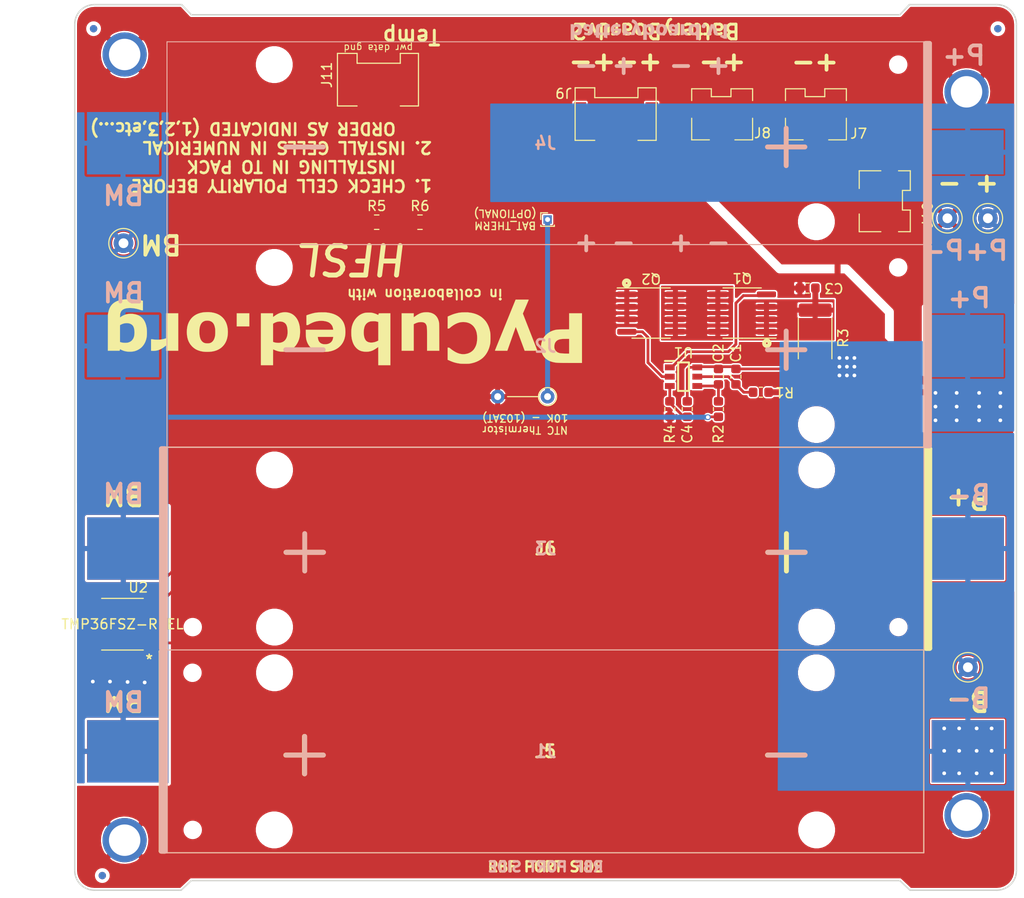
<source format=kicad_pcb>
(kicad_pcb (version 20171130) (host pcbnew "(5.1.9-0-10_14)")
  (layers (0 F.Cu signal) (31 B.Cu signal) (34 B.Paste user hide) (35 F.Paste user hide) (36 B.SilkS user hide) (37 F.SilkS user) (38 B.Mask user hide) (39 F.Mask user hide) (44 Edge.Cuts user))
  (net 0 "")
  (net 1 /VDD)
  (net 2 B-)
  (net 3 "Net-(C2-Pad2)")
  (net 4 PACK-)
  (net 5 BM)
  (net 6 PACK+)
  (net 7 "Net-(Q1-Pad5)")
  (net 8 "Net-(Q1-Pad4)")
  (net 9 "Net-(Q2-Pad4)")
  (net 10 "Net-(C3-Pad1)")
  (net 11 "Net-(C4-Pad2)")
  (net 12 BAT_THERM)
  (net 13 "Net-(J10-Pad2)")
  (net 14 "Net-(J11-Pad1)")
  (net 15 "Net-(J11-Pad2)")
  (net 16 "Net-(J11-Pad3)")
  (net 17 "Net-(J11-Pad4)")
  (net 18 "Net-(U2-Pad2)")
  (net 19 "Net-(U2-Pad3)")
  (net 20 "Net-(U2-Pad6)")
  (net 21 "Net-(U2-Pad7)")
  (net 22 "Net-(R5-Pad1)")
  (net 23 GND)
  (module Resistor_SMD:R_0805_2012Metric (layer F.Cu) (at 88.355001 75.965001)
    (fp_text reference R6 (at 0 -1.65) (layer F.SilkS))
    (fp_text value 10k)
    (pad 2 smd roundrect (at 0.9125 0) (size 1.025 1.4) (layers F.Cu F.Paste F.Mask) (roundrect_rratio 0.243902) (net 23 GND))
    (pad 1 smd roundrect (at -0.9125 0) (size 1.025 1.4) (layers F.Cu F.Paste F.Mask) (roundrect_rratio 0.243902) (net 15 "Net-(J11-Pad2)"))
  )
  (module Resistor_SMD:R_0805_2012Metric (layer F.Cu) (at 83.945001 75.965001)
    (fp_text reference R5 (at 0 -1.65) (layer F.SilkS))
    (fp_text value 27k)
    (pad 2 smd roundrect (at 0.9125 0) (size 1.025 1.4) (layers F.Cu F.Paste F.Mask) (roundrect_rratio 0.243902) (net 15 "Net-(J11-Pad2)"))
    (pad 1 smd roundrect (at -0.9125 0) (size 1.025 1.4) (layers F.Cu F.Paste F.Mask) (roundrect_rratio 0.243902) (net 22 "Net-(R5-Pad1)"))
  )
  (module custom-footprints:KEYSTONE-1042 (layer B.Cu) (at 101.1174 88.5698)
    (fp_text reference J2 (at 0 0) (layer B.SilkS) (effects (font (size 1.27 1.27) (thickness 0.254)) (justify mirror)))
    (fp_text value KEYSTONE-1042 hide)
    (fp_text user - (at -24.525 0) (layer B.SilkS) (effects (font (size 5 5) (thickness 0.5)) (justify mirror)))
    (fp_text user + (at 24.525 0) (layer B.SilkS) (effects (font (size 5 5) (thickness 0.5)) (justify mirror)))
    (pad 5 np_thru_hole circle (at 35.93 -8) (size 1.57 0) (drill 1.57) (layers *.Cu *.Mask))
    (pad 4 np_thru_hole circle (at 27.6 8) (size 3.45 0) (drill 3.45) (layers *.Cu *.Mask))
    (pad 3 np_thru_hole circle (at -27.6 -8) (size 3.45 0) (drill 3.45) (layers *.Cu *.Mask))
    (pad 2 smd rect (at 43 0 270) (size 6.35 7.34) (layers B.Cu B.Paste B.Mask) (net 6 PACK+))
    (pad 1 smd rect (at -43 0 270) (size 6.35 7.34) (layers B.Cu B.Paste B.Mask) (net 5 BM))
  )
  (module custom-footprints:KEYSTONE-1042 (layer B.Cu) (at 101.1174 67.9196)
    (fp_text reference J4 (at 0 0) (layer B.SilkS) (effects (font (size 1.27 1.27) (thickness 0.254)) (justify mirror)))
    (fp_text value KEYSTONE-1042 hide)
    (fp_text user - (at -24.525 0) (layer B.SilkS) (effects (font (size 5 5) (thickness 0.5)) (justify mirror)))
    (fp_text user + (at 24.525 0) (layer B.SilkS) (effects (font (size 5 5) (thickness 0.5)) (justify mirror)))
    (pad 5 np_thru_hole circle (at 35.93 -8) (size 1.57 0) (drill 1.57) (layers *.Cu *.Mask))
    (pad 4 np_thru_hole circle (at 27.6 8) (size 3.45 0) (drill 3.45) (layers *.Cu *.Mask))
    (pad 3 np_thru_hole circle (at -27.6 -8) (size 3.45 0) (drill 3.45) (layers *.Cu *.Mask))
    (pad 2 smd rect (at 43 0.925 270) (size 4.5 7.34) (layers B.Cu B.Paste B.Mask) (net 6 PACK+))
    (pad 1 smd rect (at -43 0 270) (size 6.35 7.34) (layers B.Cu B.Paste B.Mask) (net 5 BM))
  )
  (module custom-footprints:battery_version (layer B.Cu) (at 111.3536 56.4134)
    (fp_text reference Ref** hide)
    (fp_text value Val** hide)
  )
  (module custom-footprints:MountingHole_3.2mm_M3_DIN965_PadMOD (layer F.Cu) (at 144.0053 62.6899)
    (fp_text reference H3 hide)
    (fp_text value MountingHole_Pad)
    (pad 1 thru_hole circle (at 0 0) (size 4.5 4.5) (drill 3.2) (layers F.Cu F.Mask) (net 4 PACK-))
  )
  (module custom-footprints:MountingHole_3.2mm_M3_DIN965_PadMOD (layer F.Cu) (at 144.0053 136.3499)
    (fp_text reference H4 hide)
    (fp_text value MountingHole_Pad)
    (pad 1 thru_hole circle (at 0 0) (size 4.5 4.5) (drill 3.2) (layers *.Cu *.Mask) (net 4 PACK-))
  )
  (module custom-footprints:MountingHole_3.2mm_M3_DIN965_PadMOD (layer F.Cu) (at 58.2803 58.8899)
    (fp_text reference H2 hide)
    (fp_text value MountingHole_Pad)
    (pad 1 thru_hole circle (at 0 0) (size 4.5 4.5) (drill 3.2) (layers *.Cu *.Mask) (net 4 PACK-))
  )
  (module custom-footprints:MountingHole_3.2mm_M3_DIN965_PadMOD (layer F.Cu) (at 58.2803 138.8899)
    (fp_text reference H1 hide)
    (fp_text value MountingHole_Pad)
    (pad 1 thru_hole circle (at 0 0) (size 4.5 4.5) (drill 3.2) (layers *.Cu *.Mask) (net 4 PACK-))
  )
  (module custom-footprints:pycubed_logo (layer F.Cu) (at 83.29676 86.9188 180)
    (fp_text reference Ref** hide)
    (fp_text value Val** hide)
  )
  (module custom-footprints:KEYSTONE-1042 (layer F.Cu) (at 101.1428 109.1946)
    (fp_text reference J6 (at 0 0) (layer F.SilkS) (effects (font (size 1.27 1.27) (thickness 0.254))))
    (fp_text value KEYSTONE-1042 hide)
    (fp_text user - (at -24.525 0) (layer F.SilkS) (effects (font (size 5 5) (thickness 0.5))))
    (fp_text user + (at 24.525 0) (layer F.SilkS) (effects (font (size 5 5) (thickness 0.5))))
    (pad 5 np_thru_hole circle (at 35.93 8) (size 1.57 0) (drill 1.57) (layers *.Cu *.Mask))
    (pad 4 np_thru_hole circle (at 27.6 -8) (size 3.45 0) (drill 3.45) (layers *.Cu *.Mask))
    (pad 3 np_thru_hole circle (at -27.6 8) (size 3.45 0) (drill 3.45) (layers *.Cu *.Mask))
    (pad 2 smd rect (at 43 0 90) (size 6.35 7.34) (layers F.Cu F.Paste F.Mask) (net 6 PACK+))
    (pad 1 smd rect (at -43 0 90) (size 6.35 7.34) (layers F.Cu F.Paste F.Mask) (net 5 BM))
  )
  (module custom-footprints:KEYSTONE-1042 (layer F.Cu) (at 101.1174 129.8448 180)
    (fp_text reference J5 (at 0 0) (layer F.SilkS) (effects (font (size 1.27 1.27) (thickness 0.254))))
    (fp_text value KEYSTONE-1042 hide)
    (fp_text user - (at -24.525 0) (layer F.SilkS) (effects (font (size 5 5) (thickness 0.5))))
    (fp_text user + (at 24.525 0) (layer F.SilkS) (effects (font (size 5 5) (thickness 0.5))))
    (pad 5 np_thru_hole circle (at 35.93 8 180) (size 1.57 0) (drill 1.57) (layers *.Cu *.Mask))
    (pad 4 np_thru_hole circle (at 27.6 -8 180) (size 3.45 0) (drill 3.45) (layers *.Cu *.Mask))
    (pad 3 np_thru_hole circle (at -27.6 8 180) (size 3.45 0) (drill 3.45) (layers *.Cu *.Mask))
    (pad 2 smd rect (at 43 0 270) (size 6.35 7.34) (layers F.Cu F.Paste F.Mask) (net 5 BM))
    (pad 1 smd rect (at -43 0 270) (size 6.35 7.34) (layers F.Cu F.Paste F.Mask) (net 2 B-))
  )
  (module custom-footprints:KEYSTONE-1042 (layer B.Cu) (at 101.1428 109.1946 180)
    (fp_text reference J3 (at 0 0) (layer B.SilkS) (effects (font (size 1.27 1.27) (thickness 0.254)) (justify mirror)))
    (fp_text value KEYSTONE-1042 hide)
    (fp_text user - (at -24.525 0) (layer B.SilkS) (effects (font (size 5 5) (thickness 0.5)) (justify mirror)))
    (fp_text user + (at 24.525 0) (layer B.SilkS) (effects (font (size 5 5) (thickness 0.5)) (justify mirror)))
    (pad 5 np_thru_hole circle (at 35.93 -8 180) (size 1.57 0) (drill 1.57) (layers *.Cu *.Mask))
    (pad 4 np_thru_hole circle (at 27.6 8 180) (size 3.45 0) (drill 3.45) (layers *.Cu *.Mask))
    (pad 3 np_thru_hole circle (at -27.6 -8 180) (size 3.45 0) (drill 3.45) (layers *.Cu *.Mask))
    (pad 2 smd rect (at 43 0 90) (size 6.35 7.34) (layers B.Cu B.Paste B.Mask) (net 5 BM))
    (pad 1 smd rect (at -43 0 90) (size 6.35 7.34) (layers B.Cu B.Paste B.Mask) (net 2 B-))
  )
  (module custom-footprints:KEYSTONE-1042 (layer B.Cu) (at 101.1428 129.8448 180)
    (fp_text reference J1 (at 0 0) (layer B.SilkS) (effects (font (size 1.27 1.27) (thickness 0.254)) (justify mirror)))
    (fp_text value KEYSTONE-1042 hide)
    (fp_text user - (at -24.525 0) (layer B.SilkS) (effects (font (size 5 5) (thickness 0.5)) (justify mirror)))
    (fp_text user + (at 24.525 0) (layer B.SilkS) (effects (font (size 5 5) (thickness 0.5)) (justify mirror)))
    (pad 5 np_thru_hole circle (at 35.93 -8 180) (size 1.57 0) (drill 1.57) (layers *.Cu *.Mask))
    (pad 4 np_thru_hole circle (at 27.6 8 180) (size 3.45 0) (drill 3.45) (layers *.Cu *.Mask))
    (pad 3 np_thru_hole circle (at -27.6 -8 180) (size 3.45 0) (drill 3.45) (layers *.Cu *.Mask))
    (pad 2 smd rect (at 43 0 90) (size 6.35 7.34) (layers B.Cu B.Paste B.Mask) (net 5 BM))
    (pad 1 smd rect (at -43 0 90) (size 6.35 7.34) (layers B.Cu B.Paste B.Mask) (net 2 B-))
  )
  (module Fiducial:Fiducial_0.75mm_Mask1.5mm (layer F.Cu) (at 147.193 56.261)
    (fp_text reference REF** hide)
    (fp_text value Fiducial_0.75mm_Mask1.5mm)
    (pad "" smd circle (at 0 0) (size 0.75 0.75) (layers F.Cu F.Mask) (clearance 0.375))
  )
  (module Fiducial:Fiducial_0.75mm_Mask1.5mm (layer B.Cu) (at 147.193 56.261)
    (fp_text reference REF** hide)
    (fp_text value Fiducial_0.75mm_Mask1.5mm)
    (pad "" smd circle (at 0 0) (size 0.75 0.75) (layers B.Cu B.Mask) (clearance 0.375))
  )
  (module Fiducial:Fiducial_0.75mm_Mask1.5mm (layer F.Cu) (at 55.118 56.261)
    (fp_text reference REF** hide)
    (fp_text value Fiducial_0.75mm_Mask1.5mm)
    (pad "" smd circle (at 0 0) (size 0.75 0.75) (layers F.Cu F.Mask) (clearance 0.375))
  )
  (module Fiducial:Fiducial_0.75mm_Mask1.5mm (layer B.Cu) (at 55.118 56.261)
    (fp_text reference REF** hide)
    (fp_text value Fiducial_0.75mm_Mask1.5mm)
    (pad "" smd circle (at 0 0) (size 0.75 0.75) (layers B.Cu B.Mask) (clearance 0.375))
  )
  (module Fiducial:Fiducial_0.75mm_Mask1.5mm (layer B.Cu) (at 56.007 142.494)
    (fp_text reference REF** hide)
    (fp_text value Fiducial_0.75mm_Mask1.5mm)
    (pad "" smd circle (at 0 0) (size 0.75 0.75) (layers B.Cu B.Mask) (clearance 0.375))
  )
  (module Fiducial:Fiducial_0.75mm_Mask1.5mm (layer F.Cu) (at 56.007 142.494)
    (fp_text reference REF** hide)
    (fp_text value Fiducial_0.75mm_Mask1.5mm)
    (pad "" smd circle (at 0 0) (size 0.75 0.75) (layers F.Cu F.Mask) (clearance 0.375))
  )
  (module Resistor_THT:R_Axial_DIN0204_L3.6mm_D1.6mm_P5.08mm_Vertical (layer F.Cu) (at 101.346 93.726 180)
    (fp_text reference TH1 hide)
    (fp_text value Thermistor)
    (pad 2 thru_hole oval (at 5.08 0 180) (size 1.4 1.4) (drill 0.7) (layers *.Cu *.Mask) (net 4 PACK-))
    (pad 1 thru_hole circle (at 0 0 180) (size 1.4 1.4) (drill 0.7) (layers *.Cu *.Mask) (net 12 BAT_THERM))
  )
  (module Connector_PinHeader_1.00mm:PinHeader_1x01_P1.00mm_Vertical (layer F.Cu) (at 101.346 75.692)
    (fp_text reference J12 hide)
    (fp_text value Screw_Terminal_01x01)
    (pad 1 thru_hole rect (at 0 0) (size 0.85 0.85) (drill 0.5) (layers *.Cu *.Mask) (net 12 BAT_THERM))
  )
  (module TestPoint:TestPoint_Loop_D1.80mm_Drill1.0mm_Beaded (layer F.Cu) (at 146.177 75.565)
    (fp_text reference TP4 hide)
    (fp_text value TestPoint)
    (pad 1 thru_hole circle (at 0 0) (size 2 2) (drill 1) (layers *.Cu *.Mask) (net 6 PACK+))
  )
  (module TestPoint:TestPoint_Loop_D1.80mm_Drill1.0mm_Beaded (layer F.Cu) (at 142.0622 75.565)
    (fp_text reference TP3 hide)
    (fp_text value TestPoint)
    (pad 1 thru_hole circle (at 0 0) (size 2 2) (drill 1) (layers *.Cu *.Mask) (net 4 PACK-))
  )
  (module TestPoint:TestPoint_Loop_D1.80mm_Drill1.0mm_Beaded (layer F.Cu) (at 58.166 78.105)
    (fp_text reference TP2 hide)
    (fp_text value TestPoint)
    (pad 1 thru_hole circle (at 0 0) (size 2 2) (drill 1) (layers *.Cu *.Mask) (net 5 BM))
  )
  (module TestPoint:TestPoint_Loop_D1.80mm_Drill1.0mm_Beaded (layer F.Cu) (at 144.145 121.285)
    (fp_text reference TP1 hide)
    (fp_text value TestPoint)
    (pad 1 thru_hole circle (at 0 0) (size 2 2) (drill 1) (layers *.Cu *.Mask) (net 2 B-))
  )
  (module Capacitor_SMD:C_0603_1608Metric (layer F.Cu) (at 127.8255 82.677 180)
    (fp_text reference C3 (at -2.667 0 180 unlocked) (layer F.SilkS))
    (fp_text value 0.1uF)
    (pad 2 smd roundrect (at 0.7875 0 180) (size 0.875 0.95) (layers F.Cu F.Paste F.Mask) (net 4 PACK-))
    (pad 1 smd roundrect (at -0.7875 0 180) (size 0.875 0.95) (layers F.Cu F.Paste F.Mask) (net 10 "Net-(C3-Pad1)"))
  )
  (module Resistor_SMD:R_0603_1608Metric (layer F.Cu) (at 113.792 94.996 270)
    (fp_text reference R4 (at 2.54 0 90) (layer F.SilkS))
    (fp_text value 1K)
    (pad 2 smd roundrect (at 0.7875 0 270) (size 0.875 0.95) (layers F.Cu F.Paste F.Mask) (net 4 PACK-))
    (pad 1 smd roundrect (at -0.7875 0 270) (size 0.875 0.95) (layers F.Cu F.Paste F.Mask) (net 11 "Net-(C4-Pad2)"))
  )
  (module Resistor_SMD:R_0603_1608Metric (layer F.Cu) (at 118.745 94.996 90)
    (fp_text reference R2 (at -2.54 0 90) (layer F.SilkS))
    (fp_text value 330)
    (pad 2 smd roundrect (at 0.7875 0 90) (size 0.875 0.95) (layers F.Cu F.Paste F.Mask) (net 3 "Net-(C2-Pad2)"))
    (pad 1 smd roundrect (at -0.7875 0 90) (size 0.875 0.95) (layers F.Cu F.Paste F.Mask) (net 5 BM))
  )
  (module Resistor_SMD:R_0603_1608Metric (layer F.Cu) (at 123.063 93.2815 180)
    (fp_text reference R1 (at -2.413 0 180 unlocked) (layer F.SilkS))
    (fp_text value 330)
    (pad 2 smd roundrect (at 0.7875 0 180) (size 0.875 0.95) (layers F.Cu F.Paste F.Mask) (net 1 /VDD))
    (pad 1 smd roundrect (at -0.7875 0 180) (size 0.875 0.95) (layers F.Cu F.Paste F.Mask) (net 6 PACK+))
  )
  (module Resistor_SMD:R_2512_6332Metric (layer F.Cu) (at 128.5875 87.8205 90)
    (fp_text reference R3 (at 0.0635 2.8575 90) (layer F.SilkS))
    (fp_text value 0.01)
    (pad 2 smd roundrect (at 2.9 0 90) (size 1.35 3.35) (layers F.Cu F.Paste F.Mask) (roundrect_rratio 0.185185) (net 10 "Net-(C3-Pad1)"))
    (pad 1 smd roundrect (at -2.9 0 90) (size 1.35 3.35) (layers F.Cu F.Paste F.Mask) (roundrect_rratio 0.185185) (net 2 B-))
  )
  (module Package_SO:SOIC-8_3.9x4.9mm_P1.27mm (layer F.Cu) (at 111.887 85.217)
    (fp_text reference Q2 (at 0 -3.4925 180 unlocked) (layer F.SilkS))
    (fp_text value IRF7458)
    (pad 8 smd roundrect (at 2.475 -1.905) (size 1.95 0.6) (layers F.Cu F.Paste F.Mask) (net 7 "Net-(Q1-Pad5)"))
    (pad 7 smd roundrect (at 2.475 -0.635) (size 1.95 0.6) (layers F.Cu F.Paste F.Mask) (net 7 "Net-(Q1-Pad5)"))
    (pad 6 smd roundrect (at 2.475 0.635) (size 1.95 0.6) (layers F.Cu F.Paste F.Mask) (net 7 "Net-(Q1-Pad5)"))
    (pad 5 smd roundrect (at 2.475 1.905) (size 1.95 0.6) (layers F.Cu F.Paste F.Mask) (net 7 "Net-(Q1-Pad5)"))
    (pad 4 smd roundrect (at -2.475 1.905) (size 1.95 0.6) (layers F.Cu F.Paste F.Mask) (net 9 "Net-(Q2-Pad4)"))
    (pad 3 smd roundrect (at -2.475 0.635) (size 1.95 0.6) (layers F.Cu F.Paste F.Mask) (net 4 PACK-))
    (pad 2 smd roundrect (at -2.475 -0.635) (size 1.95 0.6) (layers F.Cu F.Paste F.Mask) (net 4 PACK-))
    (pad 1 smd roundrect (at -2.475 -1.905) (size 1.95 0.6) (layers F.Cu F.Paste F.Mask) (net 4 PACK-))
  )
  (module Package_SO:SOIC-8_3.9x4.9mm_P1.27mm (layer F.Cu) (at 121.158 85.217 180)
    (fp_text reference Q1 (at 0 3.556 180 unlocked) (layer F.SilkS))
    (fp_text value IRF7458)
    (pad 8 smd roundrect (at 2.475 -1.905 180) (size 1.95 0.6) (layers F.Cu F.Paste F.Mask) (net 7 "Net-(Q1-Pad5)"))
    (pad 7 smd roundrect (at 2.475 -0.635 180) (size 1.95 0.6) (layers F.Cu F.Paste F.Mask) (net 7 "Net-(Q1-Pad5)"))
    (pad 6 smd roundrect (at 2.475 0.635 180) (size 1.95 0.6) (layers F.Cu F.Paste F.Mask) (net 7 "Net-(Q1-Pad5)"))
    (pad 5 smd roundrect (at 2.475 1.905 180) (size 1.95 0.6) (layers F.Cu F.Paste F.Mask) (net 7 "Net-(Q1-Pad5)"))
    (pad 4 smd roundrect (at -2.475 1.905 180) (size 1.95 0.6) (layers F.Cu F.Paste F.Mask) (net 8 "Net-(Q1-Pad4)"))
    (pad 3 smd roundrect (at -2.475 0.635 180) (size 1.95 0.6) (layers F.Cu F.Paste F.Mask) (net 10 "Net-(C3-Pad1)"))
    (pad 2 smd roundrect (at -2.475 -0.635 180) (size 1.95 0.6) (layers F.Cu F.Paste F.Mask) (net 10 "Net-(C3-Pad1)"))
    (pad 1 smd roundrect (at -2.475 -1.905 180) (size 1.95 0.6) (layers F.Cu F.Paste F.Mask) (net 10 "Net-(C3-Pad1)"))
  )
  (module Capacitor_SMD:C_0603_1608Metric (layer F.Cu) (at 115.57 94.996 270)
    (fp_text reference C4 (at 2.54 0 90) (layer F.SilkS))
    (fp_text value 0.1uF)
    (pad 2 smd roundrect (at 0.7875 0 270) (size 0.875 0.95) (layers F.Cu F.Paste F.Mask) (net 11 "Net-(C4-Pad2)"))
    (pad 1 smd roundrect (at -0.7875 0 270) (size 0.875 0.95) (layers F.Cu F.Paste F.Mask) (net 2 B-))
  )
  (module Capacitor_SMD:C_0603_1608Metric (layer F.Cu) (at 118.745 91.694 270)
    (fp_text reference C2 (at -2.413 0 90) (layer F.SilkS))
    (fp_text value 0.1uF)
    (pad 2 smd roundrect (at 0.7875 0 270) (size 0.875 0.95) (layers F.Cu F.Paste F.Mask) (net 3 "Net-(C2-Pad2)"))
    (pad 1 smd roundrect (at -0.7875 0 270) (size 0.875 0.95) (layers F.Cu F.Paste F.Mask) (net 2 B-))
  )
  (module Capacitor_SMD:C_0603_1608Metric (layer F.Cu) (at 120.523 91.694 270)
    (fp_text reference C1 (at -2.413 0 90) (layer F.SilkS))
    (fp_text value 0.1uF)
    (pad 2 smd roundrect (at 0.7875 0 270) (size 0.875 0.95) (layers F.Cu F.Paste F.Mask) (net 1 /VDD))
    (pad 1 smd roundrect (at -0.7875 0 270) (size 0.875 0.95) (layers F.Cu F.Paste F.Mask) (net 2 B-))
  )
  (module custom-footprints:SOT95P280X130-6N (layer F.Cu) (at 115.189 91.694)
    (fp_text reference U1 (at 0 -2.4765 180 unlocked) (layer F.SilkS))
    (fp_text value R5460N233AF hide)
    (pad 6 smd rect (at 1.4 -0.95 90) (size 0.6 1) (layers F.Cu F.Paste F.Mask) (net 2 B-))
    (pad 5 smd rect (at 1.4 0 90) (size 0.6 1) (layers F.Cu F.Paste F.Mask) (net 1 /VDD))
    (pad 4 smd rect (at 1.4 0.95 90) (size 0.6 1) (layers F.Cu F.Paste F.Mask) (net 3 "Net-(C2-Pad2)"))
    (pad 3 smd rect (at -1.4 0.95 90) (size 0.6 1) (layers F.Cu F.Paste F.Mask) (net 11 "Net-(C4-Pad2)"))
    (pad 2 smd rect (at -1.4 0 90) (size 0.6 1) (layers F.Cu F.Paste F.Mask) (net 9 "Net-(Q2-Pad4)"))
    (pad 1 smd rect (at -1.4 -0.95 90) (size 0.6 1) (layers F.Cu F.Paste F.Mask) (net 8 "Net-(Q1-Pad4)"))
  )
  (module Molex:Molex_Pico-Lock_503763-0291_1x02-1MP_P1.00m_Horizontal (layer F.Cu) (at 125.77 62.58)
    (fp_text reference J7 (at 7.25 4.37 unlocked) (layer F.SilkS))
    (fp_text value Conn_01x02_Female)
    (pad GND smd rect (at 0.25 1.87 180) (size 1.26 1.3) (layers F.Cu F.Paste F.Mask))
    (pad 2 smd rect (at 2.4 4.8 180) (size 0.55 1) (layers F.Cu F.Paste F.Mask) (net 4 PACK-))
    (pad GND smd rect (at 5.55 1.87 180) (size 1.26 1.3) (layers F.Cu F.Paste F.Mask))
    (pad 1 smd rect (at 3.4 4.8 180) (size 0.55 1) (layers F.Cu F.Paste F.Mask) (net 13 "Net-(J10-Pad2)"))
  )
  (module Molex:Molex_Pico-Lock_503763-0291_1x02-1MP_P1.00m_Horizontal (layer F.Cu) (at 116.22 62.58)
    (fp_text reference J8 (at 7.01 4.32 unlocked) (layer F.SilkS))
    (fp_text value Conn_01x02_Female)
    (pad 1 smd rect (at 3.4 4.8 180) (size 0.55 1) (layers F.Cu F.Paste F.Mask) (net 13 "Net-(J10-Pad2)"))
    (pad GND smd rect (at 5.55 1.87 180) (size 1.26 1.3) (layers F.Cu F.Paste F.Mask))
    (pad 2 smd rect (at 2.4 4.8 180) (size 0.55 1) (layers F.Cu F.Paste F.Mask) (net 4 PACK-))
    (pad GND smd rect (at 0.25 1.87 180) (size 1.26 1.3) (layers F.Cu F.Paste F.Mask))
  )
  (module Molex:Molex_Pico-Lock_503763-0491_1x04-1MP_P1.00mm_Horizontal (layer F.Cu) (at 104.4 62.530001)
    (fp_text reference J9 (at -1.41 0.269999 180 unlocked) (layer F.SilkS))
    (fp_text value Conn_01x04_Female)
    (pad GND smd rect (at 7.55 1.87 180) (size 1.26 1.3) (layers F.Cu F.Paste F.Mask))
    (pad 1 smd rect (at 5.4 4.85 180) (size 0.55 1) (layers F.Cu F.Paste F.Mask) (net 13 "Net-(J10-Pad2)"))
    (pad GND smd rect (at 0.25 1.87 180) (size 1.26 1.3) (layers F.Cu F.Paste F.Mask))
    (pad 2 smd rect (at 4.4 4.85 180) (size 0.55 1) (layers F.Cu F.Paste F.Mask) (net 4 PACK-))
    (pad 3 smd rect (at 3.4 4.85 180) (size 0.55 1) (layers F.Cu F.Paste F.Mask) (net 13 "Net-(J10-Pad2)"))
    (pad 4 smd rect (at 2.4 4.85 180) (size 0.55 1) (layers F.Cu F.Paste F.Mask) (net 4 PACK-))
  )
  (module Molex:Molex_Pico-Lock_503763-0291_1x02-1MP_P1.00m_Horizontal (layer F.Cu) (at 138.08 70.93 270)
    (fp_text reference J10 (at 4.28 -1.97 90) (layer F.SilkS))
    (fp_text value Conn_01x02_Female)
    (pad GND smd rect (at 0.25 1.87 90) (size 1.26 1.3) (layers F.Cu F.Paste F.Mask))
    (pad 2 smd rect (at 2.4 4.8 90) (size 0.55 1) (layers F.Cu F.Paste F.Mask) (net 13 "Net-(J10-Pad2)"))
    (pad GND smd rect (at 5.55 1.87 90) (size 1.26 1.3) (layers F.Cu F.Paste F.Mask))
    (pad 1 smd rect (at 3.4 4.8 90) (size 0.55 1) (layers F.Cu F.Paste F.Mask) (net 6 PACK+))
  )
  (module Molex:Molex_Pico-Lock_503763-0491_1x04-1MP_P1.00mm_Horizontal (layer F.Cu) (at 80.2 59.03)
    (fp_text reference J11 (at -1.33 1.94 90) (layer F.SilkS))
    (fp_text value Conn_01x04_Female)
    (pad GND smd rect (at 7.55 1.87 180) (size 1.26 1.3) (layers F.Cu F.Paste F.Mask))
    (pad 1 smd rect (at 5.4 4.85 180) (size 0.55 1) (layers F.Cu F.Paste F.Mask) (net 14 "Net-(J11-Pad1)"))
    (pad GND smd rect (at 0.25 1.87 180) (size 1.26 1.3) (layers F.Cu F.Paste F.Mask))
    (pad 2 smd rect (at 4.4 4.85 180) (size 0.55 1) (layers F.Cu F.Paste F.Mask) (net 15 "Net-(J11-Pad2)"))
    (pad 3 smd rect (at 3.4 4.85 180) (size 0.55 1) (layers F.Cu F.Paste F.Mask) (net 16 "Net-(J11-Pad3)"))
    (pad 4 smd rect (at 2.4 4.85 180) (size 0.55 1) (layers F.Cu F.Paste F.Mask) (net 17 "Net-(J11-Pad4)"))
  )
  (module TMP36FSZ:TMP36FSZ-REEL (layer F.Cu) (at 58.06 116.9 180)
    (fp_text reference U2 (at -1.61 3.74) (layer F.SilkS))
    (fp_text value TMP36FSZ-REEL (at 0 0) (layer F.SilkS))
    (fp_text user * (at -2.7178 -3.6068) (layer F.SilkS))
    (fp_text user * (at -2.7178 -3.6068) (layer F.SilkS))
    (pad 1 smd rect (at -2.4638 -1.905 180) (size 1.9812 0.5588) (layers F.Cu F.Paste F.Mask) (net 22 "Net-(R5-Pad1)"))
    (pad 2 smd rect (at -2.4638 -0.635 180) (size 1.9812 0.5588) (layers F.Cu F.Paste F.Mask) (net 18 "Net-(U2-Pad2)"))
    (pad 3 smd rect (at -2.4638 0.635 180) (size 1.9812 0.5588) (layers F.Cu F.Paste F.Mask) (net 19 "Net-(U2-Pad3)"))
    (pad 4 smd rect (at -2.4638 1.905 180) (size 1.9812 0.5588) (layers F.Cu F.Paste F.Mask) (net 16 "Net-(J11-Pad3)"))
    (pad 5 smd rect (at 2.4638 1.905 180) (size 1.9812 0.5588) (layers F.Cu F.Paste F.Mask) (net 14 "Net-(J11-Pad1)"))
    (pad 6 smd rect (at 2.4638 0.635 180) (size 1.9812 0.5588) (layers F.Cu F.Paste F.Mask) (net 20 "Net-(U2-Pad6)"))
    (pad 7 smd rect (at 2.4638 -0.635 180) (size 1.9812 0.5588) (layers F.Cu F.Paste F.Mask) (net 21 "Net-(U2-Pad7)"))
    (pad 8 smd rect (at 2.4638 -1.905 180) (size 1.9812 0.5588) (layers F.Cu F.Paste F.Mask) (net 14 "Net-(J11-Pad1)"))
  )
  (gr_text "pwr data gnd" (at 84.11 58.24 180) (layer F.SilkS) (effects (font (size 0.7 0.7) (thickness 0.1))))
  (gr_text "Temp \n" (at 86.92 57.1 180) (layer F.SilkS) (effects (font (size 1.5 1.5) (thickness 0.3))))
  (gr_text HFSL (at 81.53 79.71 180) (layer F.SilkS) (effects (font (size 3 3) (thickness 0.5) italic)))
  (gr_text "in collaboration with" (at 88.86 83.29 180) (layer F.SilkS) (effects (font (size 1 1) (thickness 0.2))))
  (gr_text BatteryBoardv2 (at 112.39 56.48 180) (layer F.SilkS) (effects (font (size 1.5 1.5) (thickness 0.3))))
  (gr_text -+ (at 128.57 59.58) (layer F.SilkS) (effects (font (size 1.905 1.905) (thickness 0.381))))
  (gr_circle (center 123.6726 88.2904) (end 123.7488 88.3158) (layer F.SilkS) (width 0.4))
  (gr_circle (center 109.3978 82.169) (end 109.474 82.1944) (layer F.SilkS) (width 0.4))
  (gr_text "- +" (at 144.16532 71.9201) (layer F.SilkS) (effects (font (size 1.905 1.905) (thickness 0.381))))
  (gr_text "1. CHECK CELL POLARITY BEFORE \n    INSTALLING IN TO PACK\n2. INSTALL CELLS IN NUMERICAL \n    ORDER AS INDICATED (1,2,3,etc...)" (at 89.69502 69.32676 180) (layer F.SilkS) (effects (font (size 1.2 1.2) (thickness 0.254)) (justify left)))
  (gr_text "RBF PORT SIDE" (at 101.1428 141.605) (layer B.SilkS) (effects (font (size 1.016 1.016) (thickness 0.254)) (justify mirror)))
  (gr_text "RBF PORT SIDE" (at 101.1428 141.605) (layer F.SilkS) (effects (font (size 1.016 1.016) (thickness 0.254))))
  (gr_line (start 64.0969 53.8099) (end 55.2003 53.8099) (layer Edge.Cuts) (width 0.15))
  (gr_line (start 147.0853 53.8099) (end 138.1887 53.8099) (layer Edge.Cuts) (width 0.15))
  (gr_line (start 137.2108 54.8452) (end 138.1887 53.8099) (layer Edge.Cuts) (width 0.15))
  (gr_line (start 137.2108 54.8452) (end 65.0748 54.8452) (layer Edge.Cuts) (width 0.15))
  (gr_line (start 65.0748 54.8452) (end 64.0969 53.8099) (layer Edge.Cuts) (width 0.15))
  (gr_line (start 147.0853 143.9799) (end 138.2461 143.9799) (layer Edge.Cuts) (width 0.15))
  (gr_line (start 64.0395 143.9799) (end 65.0748 143.002) (layer Edge.Cuts) (width 0.15))
  (gr_line (start 137.2108 143.002) (end 65.0748 143.002) (layer Edge.Cuts) (width 0.15))
  (gr_line (start 138.2461 143.9799) (end 137.2108 143.002) (layer Edge.Cuts) (width 0.15))
  (gr_text "BAT_THERM\n(OPTIONAL)" (at 97.028 75.692 180) (layer F.SilkS) (effects (font (size 0.762 0.762) (thickness 0.127))))
  (gr_text "NTC Thermistor\n10K - (103AT)" (at 99.06 96.52 180) (layer F.SilkS) (effects (font (size 0.762 0.762) (thickness 0.127))))
  (gr_text "- +" (at 107.188 77.978) (layer B.SilkS) (effects (font (size 1.905 1.905) (thickness 0.381)) (justify mirror)))
  (gr_text "- +" (at 116.84 77.978) (layer B.SilkS) (effects (font (size 1.905 1.905) (thickness 0.381)) (justify mirror)))
  (gr_text "- +" (at 116.84 60.198 180) (layer B.SilkS) (effects (font (size 1.905 1.905) (thickness 0.381)) (justify mirror)))
  (gr_text "- +" (at 107.188 60.198 180) (layer B.SilkS) (effects (font (size 1.905 1.905) (thickness 0.381)) (justify mirror)))
  (gr_text -+ (at 119.14 59.56) (layer F.SilkS) (effects (font (size 1.905 1.905) (thickness 0.381))))
  (gr_text -+-+ (at 108.26 59.56) (layer F.SilkS) (effects (font (size 1.905 1.905) (thickness 0.381))))
  (gr_text P+ (at 143.7386 59.0042) (layer B.SilkS) (effects (font (size 1.905 1.905) (thickness 0.381)) (justify mirror)))
  (gr_text P- (at 141.605 78.867) (layer B.SilkS) (effects (font (size 1.905 1.905) (thickness 0.381)) (justify mirror)))
  (gr_text BM (at 61.976 78.232 180) (layer F.SilkS) (effects (font (size 1.905 1.905) (thickness 0.381))))
  (gr_text P+ (at 146.05 78.867) (layer B.SilkS) (effects (font (size 1.905 1.905) (thickness 0.381)) (justify mirror)))
  (gr_text P+ (at 144.272 83.693) (layer B.SilkS) (effects (font (size 1.905 1.905) (thickness 0.381)) (justify mirror)))
  (gr_text B- (at 144.272 103.759) (layer B.SilkS) (effects (font (size 1.905 1.905) (thickness 0.381)) (justify mirror)))
  (gr_text B- (at 144.272 124.46) (layer B.SilkS) (effects (font (size 1.905 1.905) (thickness 0.381)) (justify mirror)))
  (gr_text BM (at 58.166 124.841) (layer B.SilkS) (effects (font (size 1.905 1.905) (thickness 0.381)) (justify mirror)))
  (gr_text BM (at 58.166 73.279) (layer B.SilkS) (effects (font (size 1.905 1.905) (thickness 0.381)) (justify mirror)))
  (gr_text BM (at 58.166 83.185) (layer B.SilkS) (effects (font (size 1.905 1.905) (thickness 0.381)) (justify mirror)))
  (gr_text BM (at 58.166 103.632) (layer B.SilkS) (effects (font (size 1.905 1.905) (thickness 0.381)) (justify mirror)))
  (gr_text P+ (at 144.145 104.14 180) (layer F.SilkS) (effects (font (size 1.905 1.905) (thickness 0.381))))
  (gr_text B- (at 144.145 124.714 180) (layer F.SilkS) (effects (font (size 1.905 1.905) (thickness 0.381))))
  (gr_text BM (at 58.166 124.714 180) (layer F.SilkS) (effects (font (size 1.905 1.905) (thickness 0.381))))
  (gr_text BM (at 58.166 103.759 180) (layer F.SilkS) (effects (font (size 1.905 1.905) (thickness 0.381))))
  (gr_line (start 55.2003 143.9799) (end 64.0395 143.9799) (layer Edge.Cuts) (width 0.15))
  (gr_arc (start 147.0853 141.9799) (end 147.0853 143.9799) (angle -90) (layer Edge.Cuts) (width 0.15))
  (gr_line (start 149.0853 141.9799) (end 149.0853 55.8099) (layer Edge.Cuts) (width 0.15))
  (gr_arc (start 147.0853 55.8099) (end 149.0853 55.8099) (angle -90) (layer Edge.Cuts) (width 0.15))
  (gr_arc (start 55.2003 55.8099) (end 55.2003 53.8099) (angle -90) (layer Edge.Cuts) (width 0.15))
  (gr_line (start 53.2003 55.8099) (end 53.2003 141.9799) (layer Edge.Cuts) (width 0.15))
  (gr_arc (start 55.2003 141.9799) (end 53.2003 141.9799) (angle -90) (layer Edge.Cuts) (width 0.15))
  (segment (start 120.523 92.456) (end 120.523 92.4815) (width 0.2794) (layer F.Cu) (net 1))
  (segment (start 116.589 91.694) (end 119.761 91.694) (width 0.2794) (layer F.Cu) (net 1))
  (segment (start 119.761 91.694) (end 120.523 92.456) (width 0.2794) (layer F.Cu) (net 1))
  (segment (start 121.323 93.2815) (end 120.523 92.4815) (width 0.2794) (layer F.Cu) (net 1))
  (segment (start 122.2755 93.2815) (end 121.323 93.2815) (width 0.2794) (layer F.Cu) (net 1))
  (via (at 146.558 127.508) (size 0.5842) (drill 0.381) (layers F.Cu B.Cu) (net 2))
  (via (at 145.034 127.508) (size 0.5842) (drill 0.381) (layers F.Cu B.Cu) (net 2))
  (via (at 143.256 127.508) (size 0.5842) (drill 0.381) (layers F.Cu B.Cu) (net 2))
  (via (at 141.732 127.508) (size 0.5842) (drill 0.381) (layers F.Cu B.Cu) (net 2))
  (via (at 143.256 129.794) (size 0.5842) (drill 0.381) (layers F.Cu B.Cu) (net 2))
  (via (at 146.558 129.794) (size 0.5842) (drill 0.381) (layers F.Cu B.Cu) (net 2))
  (via (at 145.034 129.794) (size 0.5842) (drill 0.381) (layers F.Cu B.Cu) (net 2))
  (via (at 141.732 129.794) (size 0.5842) (drill 0.381) (layers F.Cu B.Cu) (net 2))
  (via (at 146.558 132.08) (size 0.5842) (drill 0.381) (layers F.Cu B.Cu) (net 2))
  (via (at 141.732 132.08) (size 0.5842) (drill 0.381) (layers F.Cu B.Cu) (net 2))
  (via (at 143.256 132.08) (size 0.5842) (drill 0.381) (layers F.Cu B.Cu) (net 2))
  (via (at 145.034 132.08) (size 0.5842) (drill 0.381) (layers F.Cu B.Cu) (net 2))
  (segment (start 118.745 90.9065) (end 118.745 90.678) (width 0.2794) (layer F.Cu) (net 2))
  (segment (start 120.2945 90.678) (end 120.523 90.9065) (width 0.2794) (layer F.Cu) (net 2))
  (segment (start 118.745 90.678) (end 120.2945 90.678) (width 0.2794) (layer F.Cu) (net 2))
  (segment (start 116.655 90.678) (end 118.745 90.678) (width 0.2794) (layer F.Cu) (net 2))
  (segment (start 116.589 90.744) (end 116.655 90.678) (width 0.2794) (layer F.Cu) (net 2))
  (segment (start 115.8096 90.744) (end 116.589 90.744) (width 0.2794) (layer F.Cu) (net 2))
  (segment (start 115.57 90.9836) (end 115.8096 90.744) (width 0.2794) (layer F.Cu) (net 2))
  (segment (start 115.57 94.2085) (end 115.57 90.9836) (width 0.2794) (layer F.Cu) (net 2))
  (segment (start 128.4015 90.9065) (end 128.5875 90.7205) (width 0.2794) (layer F.Cu) (net 2))
  (segment (start 120.523 90.9065) (end 128.4015 90.9065) (width 0.2794) (layer F.Cu) (net 2))
  (via (at 131.064 89.789) (size 0.5842) (drill 0.381) (layers F.Cu B.Cu) (net 2))
  (via (at 131.826 89.789) (size 0.5842) (drill 0.381) (layers F.Cu B.Cu) (net 2))
  (via (at 132.588 89.789) (size 0.5842) (drill 0.381) (layers F.Cu B.Cu) (net 2))
  (via (at 131.826 90.678) (size 0.5842) (drill 0.381) (layers F.Cu B.Cu) (net 2))
  (via (at 132.588 90.678) (size 0.5842) (drill 0.381) (layers F.Cu B.Cu) (net 2))
  (via (at 131.064 90.678) (size 0.5842) (drill 0.381) (layers F.Cu B.Cu) (net 2))
  (via (at 131.826 91.567) (size 0.5842) (drill 0.381) (layers F.Cu B.Cu) (net 2))
  (via (at 131.064 91.567) (size 0.5842) (drill 0.381) (layers F.Cu B.Cu) (net 2))
  (via (at 132.588 91.567) (size 0.5842) (drill 0.381) (layers F.Cu B.Cu) (net 2))
  (segment (start 118.5825 92.644) (end 118.745 92.4815) (width 0.2794) (layer F.Cu) (net 3))
  (segment (start 116.589 92.644) (end 118.5825 92.644) (width 0.2794) (layer F.Cu) (net 3))
  (segment (start 118.745 92.4815) (end 118.745 94.2085) (width 0.2794) (layer F.Cu) (net 3))
  (via (at 60.32 122.83) (size 0.5842) (drill 0.381) (layers F.Cu B.Cu) (net 5))
  (via (at 58.58 122.78) (size 0.5842) (drill 0.381) (layers F.Cu B.Cu) (net 5))
  (via (at 55.04 122.74) (size 0.5842) (drill 0.381) (layers F.Cu B.Cu) (net 5))
  (via (at 56.79 122.74) (size 0.5842) (drill 0.381) (layers F.Cu B.Cu) (net 5))
  (segment (start 117.703498 95.7835) (end 117.665498 95.8215) (width 0.2794) (layer F.Cu) (net 5))
  (via (at 117.665498 95.8215) (size 0.5842) (drill 0.381) (layers F.Cu B.Cu) (net 5))
  (segment (start 118.745 95.7835) (end 117.703498 95.7835) (width 0.2794) (layer F.Cu) (net 5))
  (segment (start 117.665498 95.8215) (end 58.2295 95.8215) (width 0.508) (layer B.Cu) (net 5))
  (via (at 140.843 93.345) (size 0.5842) (drill 0.381) (layers F.Cu B.Cu) (net 6))
  (via (at 143.002 93.345) (size 0.5842) (drill 0.381) (layers F.Cu B.Cu) (net 6))
  (via (at 145.288 93.345) (size 0.5842) (drill 0.381) (layers F.Cu B.Cu) (net 6))
  (via (at 147.447 93.345) (size 0.5842) (drill 0.381) (layers F.Cu B.Cu) (net 6))
  (via (at 140.843 94.742) (size 0.5842) (drill 0.381) (layers F.Cu B.Cu) (net 6))
  (via (at 143.002 94.742) (size 0.5842) (drill 0.381) (layers F.Cu B.Cu) (net 6))
  (via (at 145.288 94.742) (size 0.5842) (drill 0.381) (layers F.Cu B.Cu) (net 6))
  (via (at 147.447 94.742) (size 0.5842) (drill 0.381) (layers F.Cu B.Cu) (net 6))
  (via (at 145.288 96.139) (size 0.5842) (drill 0.381) (layers F.Cu B.Cu) (net 6))
  (via (at 140.843 96.139) (size 0.5842) (drill 0.381) (layers F.Cu B.Cu) (net 6))
  (via (at 143.002 96.139) (size 0.5842) (drill 0.381) (layers F.Cu B.Cu) (net 6))
  (via (at 147.447 96.139) (size 0.5842) (drill 0.381) (layers F.Cu B.Cu) (net 6))
  (segment (start 140.7795 93.2815) (end 140.843 93.345) (width 0.6096) (layer F.Cu) (net 6))
  (segment (start 123.8505 93.2815) (end 140.7795 93.2815) (width 0.6096) (layer F.Cu) (net 6))
  (segment (start 130.874201 83.376201) (end 136.454 88.956) (width 0.6096) (layer F.Cu) (net 6))
  (segment (start 136.454 88.956) (end 140.843 93.345) (width 0.6096) (layer F.Cu) (net 6))
  (segment (start 136.15 88.652) (end 136.454 88.956) (width 0.6096) (layer F.Cu) (net 6))
  (segment (start 130.874201 76.735799) (end 133.28 74.33) (width 0.6096) (layer F.Cu) (net 6))
  (segment (start 130.874201 83.376201) (end 130.874201 76.735799) (width 0.6096) (layer F.Cu) (net 6))
  (segment (start 115.57 89.154) (end 113.98 90.744) (width 0.2794) (layer F.Cu) (net 8))
  (segment (start 123.506 83.439) (end 121.285 83.439) (width 0.2794) (layer F.Cu) (net 8))
  (segment (start 120.523 84.201) (end 120.523 88.392) (width 0.2794) (layer F.Cu) (net 8))
  (segment (start 113.98 90.744) (end 113.789 90.744) (width 0.2794) (layer F.Cu) (net 8))
  (segment (start 123.633 83.312) (end 123.506 83.439) (width 0.2794) (layer F.Cu) (net 8))
  (segment (start 121.285 83.439) (end 120.523 84.201) (width 0.2794) (layer F.Cu) (net 8))
  (segment (start 119.761 89.154) (end 115.57 89.154) (width 0.2794) (layer F.Cu) (net 8))
  (segment (start 120.523 88.392) (end 119.761 89.154) (width 0.2794) (layer F.Cu) (net 8))
  (segment (start 111.5695 90.2539) (end 111.5695 87.6935) (width 0.2794) (layer F.Cu) (net 9))
  (segment (start 110.998 87.122) (end 109.412 87.122) (width 0.2794) (layer F.Cu) (net 9))
  (segment (start 113.789 91.694) (end 113.0096 91.694) (width 0.2794) (layer F.Cu) (net 9))
  (segment (start 111.5695 87.6935) (end 110.998 87.122) (width 0.2794) (layer F.Cu) (net 9))
  (segment (start 113.0096 91.694) (end 111.5695 90.2539) (width 0.2794) (layer F.Cu) (net 9))
  (segment (start 128.613 84.895) (end 128.5875 84.9205) (width 0.6096) (layer F.Cu) (net 10))
  (segment (start 128.613 82.677) (end 128.613 84.895) (width 0.6096) (layer F.Cu) (net 10))
  (segment (start 113.789 94.2055) (end 113.792 94.2085) (width 0.2794) (layer F.Cu) (net 11))
  (segment (start 113.789 92.644) (end 113.789 94.2055) (width 0.2794) (layer F.Cu) (net 11))
  (segment (start 115.2145 95.7835) (end 115.57 95.7835) (width 0.2794) (layer F.Cu) (net 11))
  (segment (start 113.792 94.2085) (end 113.792 94.361) (width 0.2794) (layer F.Cu) (net 11))
  (segment (start 113.792 94.361) (end 115.2145 95.7835) (width 0.2794) (layer F.Cu) (net 11))
  (segment (start 101.346 76.625) (end 101.346 93.726) (width 0.508) (layer B.Cu) (net 12))
  (segment (start 101.346 75.692) (end 101.346 76.625) (width 0.508) (layer B.Cu) (net 12))
  (segment (start 119.62 68.4896) (end 119.62 67.38) (width 0.6096) (layer F.Cu) (net 13))
  (segment (start 119.62 67.38) (end 119.62 68.59) (width 0.6096) (layer F.Cu) (net 13))
  (segment (start 119.62 68.59) (end 120.79 69.76) (width 0.6096) (layer F.Cu) (net 13))
  (segment (start 129.17 67.932242) (end 129.17 67.38) (width 0.6096) (layer F.Cu) (net 13))
  (segment (start 127.342242 69.76) (end 129.17 67.932242) (width 0.6096) (layer F.Cu) (net 13))
  (segment (start 120.79 69.76) (end 127.342242 69.76) (width 0.6096) (layer F.Cu) (net 13))
  (segment (start 129.17 67.38) (end 130.874201 69.084201) (width 0.6096) (layer F.Cu) (net 13))
  (segment (start 117.9996 70.11) (end 119.62 68.4896) (width 0.6096) (layer F.Cu) (net 13))
  (segment (start 109.420399 70.11) (end 117.9996 70.11) (width 0.6096) (layer F.Cu) (net 13))
  (segment (start 107.8 67.380001) (end 107.8 68.489601) (width 0.6096) (layer F.Cu) (net 13))
  (segment (start 107.8 68.489601) (end 109.420399 70.11) (width 0.6096) (layer F.Cu) (net 13))
  (segment (start 107.8 67.380001) (end 107.8 66.2) (width 0.6096) (layer F.Cu) (net 13))
  (segment (start 107.8 66.2) (end 108.33 65.67) (width 0.6096) (layer F.Cu) (net 13))
  (segment (start 109.35 65.67) (end 109.8 66.12) (width 0.6096) (layer F.Cu) (net 13))
  (segment (start 109.8 66.12) (end 109.8 67.380001) (width 0.6096) (layer F.Cu) (net 13))
  (segment (start 108.33 65.67) (end 109.35 65.67) (width 0.6096) (layer F.Cu) (net 13))
  (segment (start 133.28 71.49) (end 130.874201 69.084201) (width 0.6096) (layer F.Cu) (net 13))
  (segment (start 133.28 73.33) (end 133.28 71.49) (width 0.6096) (layer F.Cu) (net 13))
  (segment (start 55.122996 118.805) (end 54.15 117.832004) (width 0.27178) (layer F.Cu) (net 14))
  (segment (start 55.5962 118.805) (end 55.122996 118.805) (width 0.27178) (layer F.Cu) (net 14))
  (segment (start 54.15 117.832004) (end 54.15 115.88) (width 0.27178) (layer F.Cu) (net 14))
  (segment (start 55.035 114.995) (end 55.5962 114.995) (width 0.27178) (layer F.Cu) (net 14))
  (segment (start 54.15 115.88) (end 55.035 114.995) (width 0.27178) (layer F.Cu) (net 14))
  (segment (start 55.5962 114.995) (end 57.525 114.995) (width 0.27178) (layer F.Cu) (net 14))
  (segment (start 57.525 114.995) (end 59.37 113.15) (width 0.27178) (layer F.Cu) (net 14))
  (segment (start 61.505604 113.15) (end 69.35 105.305604) (width 0.27178) (layer F.Cu) (net 14))
  (segment (start 59.37 113.15) (end 61.505604 113.15) (width 0.27178) (layer F.Cu) (net 14))
  (segment (start 69.35 105.305604) (end 69.35 68.56) (width 0.27178) (layer F.Cu) (net 14))
  (segment (start 69.35 68.56) (end 80.61 57.3) (width 0.27178) (layer F.Cu) (net 14))
  (segment (start 80.61 57.3) (end 82.6 57.3) (width 0.27178) (layer F.Cu) (net 14))
  (segment (start 82.6 57.3) (end 85.89 60.59) (width 0.27178) (layer F.Cu) (net 14))
  (segment (start 85.89 63.59) (end 85.6 63.88) (width 0.27178) (layer F.Cu) (net 14))
  (segment (start 85.89 60.59) (end 85.89 63.59) (width 0.27178) (layer F.Cu) (net 14))
  (segment (start 84.6 75.7075) (end 84.857501 75.965001) (width 0.27178) (layer F.Cu) (net 15))
  (segment (start 84.6 63.88) (end 84.6 75.7075) (width 0.27178) (layer F.Cu) (net 15))
  (segment (start 87.442501 75.965001) (end 84.857501 75.965001) (width 0.27178) (layer F.Cu) (net 15))
  (segment (start 60.5238 114.995) (end 61.685 114.995) (width 0.27178) (layer F.Cu) (net 16))
  (segment (start 61.685 114.995) (end 69.94 106.74) (width 0.27178) (layer F.Cu) (net 16))
  (segment (start 69.94 106.74) (end 69.94 76.21) (width 0.27178) (layer F.Cu) (net 16))
  (segment (start 69.94 76.21) (end 79.71 66.44) (width 0.27178) (layer F.Cu) (net 16))
  (segment (start 83.6 64.65178) (end 83.6 63.88) (width 0.27178) (layer F.Cu) (net 16))
  (segment (start 81.81178 66.44) (end 83.6 64.65178) (width 0.27178) (layer F.Cu) (net 16))
  (segment (start 79.71 66.44) (end 81.81178 66.44) (width 0.27178) (layer F.Cu) (net 16))
  (segment (start 83.032501 94.646979) (end 76.71 100.96948) (width 0.27178) (layer F.Cu) (net 22))
  (segment (start 83.032501 75.965001) (end 83.032501 94.646979) (width 0.27178) (layer F.Cu) (net 22))
  (segment (start 76.71 100.96948) (end 76.71 106.25) (width 0.27178) (layer F.Cu) (net 22))
  (segment (start 76.71 106.25) (end 67.33 115.63) (width 0.27178) (layer F.Cu) (net 22))
  (segment (start 67.33 115.63) (end 67.33 117.54) (width 0.27178) (layer F.Cu) (net 22))
  (segment (start 66.065 118.805) (end 60.5238 118.805) (width 0.27178) (layer F.Cu) (net 22))
  (segment (start 67.33 117.54) (end 66.065 118.805) (width 0.27178) (layer F.Cu) (net 22))
  (zone (net 5) (net_name BM) (layer B.Cu) (priority 3) (connect_pads (clearance 0.1524)) (min_thickness 0.1524) (fill yes (arc_segments 32) (thermal_gap 0.254) (thermal_bridge_width 0.508))
    (polygon (pts (xy 62.738 133.096) (xy 53.086 133.096) (xy 53.086 64.77) (xy 62.738 64.77)))
  )
  (zone (net 5) (net_name BM) (layer F.Cu) (priority 3) (connect_pads (clearance 0.254)) (min_thickness 0.1524) (fill yes (arc_segments 32) (thermal_gap 0.254) (thermal_bridge_width 0.508))
    (polygon (pts (xy 62.738 133.096) (xy 53.086 133.096) (xy 53.086 104.902) (xy 62.738 104.902)))
  )
  (zone (net 2) (net_name B-) (layer B.Cu) (priority 2) (connect_pads (clearance 0.1524)) (min_thickness 0.1524) (fill yes (arc_segments 32) (thermal_gap 0.254) (thermal_bridge_width 0.508))
    (polygon (pts (xy 149.098 133.858) (xy 124.7775 133.858) (xy 124.968 88.138) (xy 149.098 88.011)))
  )
  (zone (net 7) (net_name "Net-(Q1-Pad5)") (layer F.Cu) (priority 3) (connect_pads (clearance 0.1524)) (min_thickness 0.1524) (fill yes (arc_segments 32) (thermal_gap 0.127) (thermal_bridge_width 0.508))
    (polygon (pts (xy 120.269 88.011) (xy 112.903 88.011) (xy 112.903 82.423) (xy 120.269 82.423)))
  )
  (zone (net 10) (net_name "Net-(C3-Pad1)") (layer F.Cu) (priority 3) (connect_pads (clearance 0.1524)) (min_thickness 0.1524) (fill yes (arc_segments 32) (thermal_gap 0.127) (thermal_bridge_width 0.508))
    (polygon (pts (xy 130.556 83.82) (xy 130.556 88.011) (xy 120.523 88.011) (xy 120.523 83.82)))
  )
  (zone (net 6) (net_name PACK+) (layer B.Cu) (priority 3) (connect_pads (clearance 0.1524)) (min_thickness 0.1524) (fill yes (arc_segments 32) (thermal_gap 0.1524) (thermal_bridge_width 0.508))
    (polygon (pts (xy 149.092331 97.282) (xy 139.694331 97.282) (xy 139.694331 73.8632) (xy 95.504 73.914) (xy 95.504 63.881) (xy 149.092331 63.881)))
  )
  (zone (net 6) (net_name PACK+) (layer F.Cu) (priority 3) (connect_pads (clearance 0.254)) (min_thickness 0.1524) (fill yes (arc_segments 32) (thermal_gap 0.1524) (thermal_bridge_width 0.508))
    (polygon (pts (xy 149.098 113.286067) (xy 139.7 113.286067) (xy 139.7 84.584067) (xy 149.098 84.584067)))
  )
  (zone (net 4) (net_name PACK-) (layer F.Cu) (connect_pads (clearance 0.1524)) (min_thickness 0.1524) (fill yes (arc_segments 32) (thermal_gap 0.1524) (thermal_bridge_width 0.508))
    (polygon (pts (xy 149.86 144.78) (xy 53.34 144.78) (xy 53.34 53.34) (xy 149.86 53.34)))
  )
  (zone (net 2) (net_name B-) (layer F.Cu) (priority 2) (connect_pads (clearance 0.1524)) (min_thickness 0.1524) (fill yes (arc_segments 32) (thermal_gap 0.254) (thermal_bridge_width 0.508))
    (polygon (pts (xy 133.096 92.202) (xy 126.492 92.202) (xy 126.492 89.408) (xy 133.096 89.408)))
  )
)
</source>
